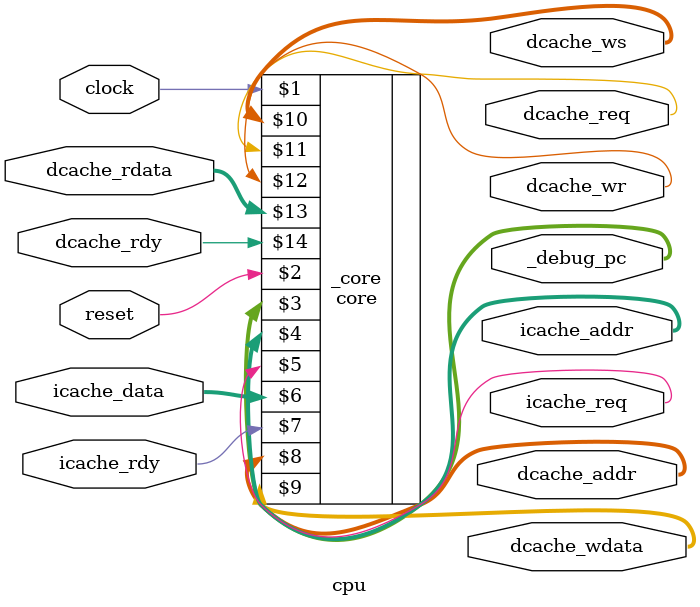
<source format=sv>
`include "core.sv"
module cpu(
    input clock,
    input reset,
    output [31:0] _debug_pc,

    output [31:0] icache_addr,
    output icache_req,
    input [31:0] icache_data,
    input icache_rdy,

    output [31:0] dcache_addr,
    output [31:0] dcache_wdata,
    output [1:0] dcache_ws,
    output dcache_req,
    output dcache_wr,
    input [31:0] dcache_rdata,
    input dcache_rdy
);
    core _core (
        clock,
        reset,
        _debug_pc,
        icache_addr,
        icache_req,
        icache_data,
        icache_rdy,
        dcache_addr,
        dcache_wdata,
        dcache_ws,
        dcache_req,
        dcache_wr,
        dcache_rdata,
        dcache_rdy
    );
endmodule

</source>
